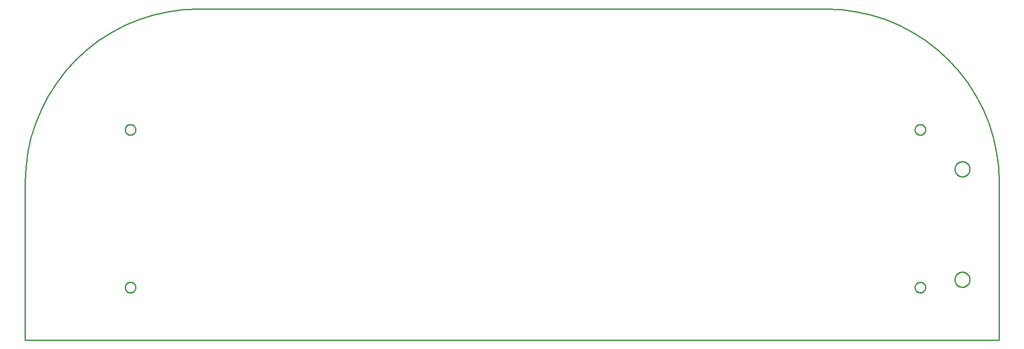
<source format=gbr>
G04 EAGLE Gerber RS-274X export*
G75*
%MOMM*%
%FSLAX34Y34*%
%LPD*%
%IN*%
%IPPOS*%
%AMOC8*
5,1,8,0,0,1.08239X$1,22.5*%
G01*
%ADD10C,0.254000*%


D10*
X0Y0D02*
X1850000Y0D01*
X1850000Y300000D01*
X1848744Y328761D01*
X1844987Y357304D01*
X1838756Y385410D01*
X1830099Y412867D01*
X1819082Y439464D01*
X1805788Y465000D01*
X1790320Y489280D01*
X1772795Y512120D01*
X1753345Y533345D01*
X1732120Y552795D01*
X1709280Y570320D01*
X1685000Y585788D01*
X1659464Y599082D01*
X1632867Y610099D01*
X1605410Y618756D01*
X1577304Y624987D01*
X1548761Y628744D01*
X1520000Y630000D01*
X330000Y630000D01*
X301239Y628744D01*
X272696Y624987D01*
X244590Y618756D01*
X217133Y610099D01*
X190536Y599082D01*
X165000Y585788D01*
X140720Y570320D01*
X117880Y552795D01*
X96655Y533345D01*
X77205Y512120D01*
X59680Y489280D01*
X44212Y465000D01*
X30918Y439464D01*
X19901Y412867D01*
X11244Y385410D01*
X5013Y357304D01*
X1256Y328761D01*
X0Y300000D01*
X0Y0D01*
X210000Y99563D02*
X209924Y98694D01*
X209772Y97834D01*
X209546Y96990D01*
X209248Y96170D01*
X208879Y95378D01*
X208442Y94622D01*
X207941Y93907D01*
X207380Y93238D01*
X206762Y92620D01*
X206093Y92059D01*
X205378Y91558D01*
X204622Y91121D01*
X203830Y90752D01*
X203010Y90454D01*
X202166Y90228D01*
X201307Y90076D01*
X200437Y90000D01*
X199563Y90000D01*
X198694Y90076D01*
X197834Y90228D01*
X196990Y90454D01*
X196170Y90752D01*
X195378Y91121D01*
X194622Y91558D01*
X193907Y92059D01*
X193238Y92620D01*
X192620Y93238D01*
X192059Y93907D01*
X191558Y94622D01*
X191121Y95378D01*
X190752Y96170D01*
X190454Y96990D01*
X190228Y97834D01*
X190076Y98694D01*
X190000Y99563D01*
X190000Y100437D01*
X190076Y101307D01*
X190228Y102166D01*
X190454Y103010D01*
X190752Y103830D01*
X191121Y104622D01*
X191558Y105378D01*
X192059Y106093D01*
X192620Y106762D01*
X193238Y107380D01*
X193907Y107941D01*
X194622Y108442D01*
X195378Y108879D01*
X196170Y109248D01*
X196990Y109546D01*
X197834Y109772D01*
X198694Y109924D01*
X199563Y110000D01*
X200437Y110000D01*
X201307Y109924D01*
X202166Y109772D01*
X203010Y109546D01*
X203830Y109248D01*
X204622Y108879D01*
X205378Y108442D01*
X206093Y107941D01*
X206762Y107380D01*
X207380Y106762D01*
X207941Y106093D01*
X208442Y105378D01*
X208879Y104622D01*
X209248Y103830D01*
X209546Y103010D01*
X209772Y102166D01*
X209924Y101307D01*
X210000Y100437D01*
X210000Y99563D01*
X210000Y399563D02*
X209924Y398694D01*
X209772Y397834D01*
X209546Y396990D01*
X209248Y396170D01*
X208879Y395378D01*
X208442Y394622D01*
X207941Y393907D01*
X207380Y393238D01*
X206762Y392620D01*
X206093Y392059D01*
X205378Y391558D01*
X204622Y391121D01*
X203830Y390752D01*
X203010Y390454D01*
X202166Y390228D01*
X201307Y390076D01*
X200437Y390000D01*
X199563Y390000D01*
X198694Y390076D01*
X197834Y390228D01*
X196990Y390454D01*
X196170Y390752D01*
X195378Y391121D01*
X194622Y391558D01*
X193907Y392059D01*
X193238Y392620D01*
X192620Y393238D01*
X192059Y393907D01*
X191558Y394622D01*
X191121Y395378D01*
X190752Y396170D01*
X190454Y396990D01*
X190228Y397834D01*
X190076Y398694D01*
X190000Y399563D01*
X190000Y400437D01*
X190076Y401307D01*
X190228Y402166D01*
X190454Y403010D01*
X190752Y403830D01*
X191121Y404622D01*
X191558Y405378D01*
X192059Y406093D01*
X192620Y406762D01*
X193238Y407380D01*
X193907Y407941D01*
X194622Y408442D01*
X195378Y408879D01*
X196170Y409248D01*
X196990Y409546D01*
X197834Y409772D01*
X198694Y409924D01*
X199563Y410000D01*
X200437Y410000D01*
X201307Y409924D01*
X202166Y409772D01*
X203010Y409546D01*
X203830Y409248D01*
X204622Y408879D01*
X205378Y408442D01*
X206093Y407941D01*
X206762Y407380D01*
X207380Y406762D01*
X207941Y406093D01*
X208442Y405378D01*
X208879Y404622D01*
X209248Y403830D01*
X209546Y403010D01*
X209772Y402166D01*
X209924Y401307D01*
X210000Y400437D01*
X210000Y399563D01*
X1710000Y99563D02*
X1709924Y98694D01*
X1709772Y97834D01*
X1709546Y96990D01*
X1709248Y96170D01*
X1708879Y95378D01*
X1708442Y94622D01*
X1707941Y93907D01*
X1707380Y93238D01*
X1706762Y92620D01*
X1706093Y92059D01*
X1705378Y91558D01*
X1704622Y91121D01*
X1703830Y90752D01*
X1703010Y90454D01*
X1702166Y90228D01*
X1701307Y90076D01*
X1700437Y90000D01*
X1699563Y90000D01*
X1698694Y90076D01*
X1697834Y90228D01*
X1696990Y90454D01*
X1696170Y90752D01*
X1695378Y91121D01*
X1694622Y91558D01*
X1693907Y92059D01*
X1693238Y92620D01*
X1692620Y93238D01*
X1692059Y93907D01*
X1691558Y94622D01*
X1691121Y95378D01*
X1690752Y96170D01*
X1690454Y96990D01*
X1690228Y97834D01*
X1690076Y98694D01*
X1690000Y99563D01*
X1690000Y100437D01*
X1690076Y101307D01*
X1690228Y102166D01*
X1690454Y103010D01*
X1690752Y103830D01*
X1691121Y104622D01*
X1691558Y105378D01*
X1692059Y106093D01*
X1692620Y106762D01*
X1693238Y107380D01*
X1693907Y107941D01*
X1694622Y108442D01*
X1695378Y108879D01*
X1696170Y109248D01*
X1696990Y109546D01*
X1697834Y109772D01*
X1698694Y109924D01*
X1699563Y110000D01*
X1700437Y110000D01*
X1701307Y109924D01*
X1702166Y109772D01*
X1703010Y109546D01*
X1703830Y109248D01*
X1704622Y108879D01*
X1705378Y108442D01*
X1706093Y107941D01*
X1706762Y107380D01*
X1707380Y106762D01*
X1707941Y106093D01*
X1708442Y105378D01*
X1708879Y104622D01*
X1709248Y103830D01*
X1709546Y103010D01*
X1709772Y102166D01*
X1709924Y101307D01*
X1710000Y100437D01*
X1710000Y99563D01*
X1710000Y399563D02*
X1709924Y398694D01*
X1709772Y397834D01*
X1709546Y396990D01*
X1709248Y396170D01*
X1708879Y395378D01*
X1708442Y394622D01*
X1707941Y393907D01*
X1707380Y393238D01*
X1706762Y392620D01*
X1706093Y392059D01*
X1705378Y391558D01*
X1704622Y391121D01*
X1703830Y390752D01*
X1703010Y390454D01*
X1702166Y390228D01*
X1701307Y390076D01*
X1700437Y390000D01*
X1699563Y390000D01*
X1698694Y390076D01*
X1697834Y390228D01*
X1696990Y390454D01*
X1696170Y390752D01*
X1695378Y391121D01*
X1694622Y391558D01*
X1693907Y392059D01*
X1693238Y392620D01*
X1692620Y393238D01*
X1692059Y393907D01*
X1691558Y394622D01*
X1691121Y395378D01*
X1690752Y396170D01*
X1690454Y396990D01*
X1690228Y397834D01*
X1690076Y398694D01*
X1690000Y399563D01*
X1690000Y400437D01*
X1690076Y401307D01*
X1690228Y402166D01*
X1690454Y403010D01*
X1690752Y403830D01*
X1691121Y404622D01*
X1691558Y405378D01*
X1692059Y406093D01*
X1692620Y406762D01*
X1693238Y407380D01*
X1693907Y407941D01*
X1694622Y408442D01*
X1695378Y408879D01*
X1696170Y409248D01*
X1696990Y409546D01*
X1697834Y409772D01*
X1698694Y409924D01*
X1699563Y410000D01*
X1700437Y410000D01*
X1701307Y409924D01*
X1702166Y409772D01*
X1703010Y409546D01*
X1703830Y409248D01*
X1704622Y408879D01*
X1705378Y408442D01*
X1706093Y407941D01*
X1706762Y407380D01*
X1707380Y406762D01*
X1707941Y406093D01*
X1708442Y405378D01*
X1708879Y404622D01*
X1709248Y403830D01*
X1709546Y403010D01*
X1709772Y402166D01*
X1709924Y401307D01*
X1710000Y400437D01*
X1710000Y399563D01*
X1780509Y310750D02*
X1781524Y310823D01*
X1782532Y310967D01*
X1783526Y311184D01*
X1784503Y311471D01*
X1785457Y311826D01*
X1786383Y312249D01*
X1787276Y312737D01*
X1788132Y313287D01*
X1788947Y313897D01*
X1789716Y314564D01*
X1790436Y315284D01*
X1791103Y316053D01*
X1791713Y316868D01*
X1792263Y317724D01*
X1792751Y318617D01*
X1793174Y319543D01*
X1793529Y320497D01*
X1793816Y321474D01*
X1794033Y322468D01*
X1794177Y323476D01*
X1794250Y324491D01*
X1794250Y325509D01*
X1794177Y326524D01*
X1794033Y327532D01*
X1793816Y328526D01*
X1793529Y329503D01*
X1793174Y330457D01*
X1792751Y331383D01*
X1792263Y332276D01*
X1791713Y333132D01*
X1791103Y333947D01*
X1790436Y334716D01*
X1789716Y335436D01*
X1788947Y336103D01*
X1788132Y336713D01*
X1787276Y337263D01*
X1786383Y337751D01*
X1785457Y338174D01*
X1784503Y338529D01*
X1783526Y338816D01*
X1782532Y339033D01*
X1781524Y339177D01*
X1780509Y339250D01*
X1779491Y339250D01*
X1778476Y339177D01*
X1777468Y339033D01*
X1776474Y338816D01*
X1775497Y338529D01*
X1774543Y338174D01*
X1773617Y337751D01*
X1772724Y337263D01*
X1771868Y336713D01*
X1771053Y336103D01*
X1770284Y335436D01*
X1769564Y334716D01*
X1768897Y333947D01*
X1768287Y333132D01*
X1767737Y332276D01*
X1767249Y331383D01*
X1766826Y330457D01*
X1766471Y329503D01*
X1766184Y328526D01*
X1765967Y327532D01*
X1765823Y326524D01*
X1765750Y325509D01*
X1765750Y324491D01*
X1765823Y323476D01*
X1765967Y322468D01*
X1766184Y321474D01*
X1766471Y320497D01*
X1766826Y319543D01*
X1767249Y318617D01*
X1767737Y317724D01*
X1768287Y316868D01*
X1768897Y316053D01*
X1769564Y315284D01*
X1770284Y314564D01*
X1771053Y313897D01*
X1771868Y313287D01*
X1772724Y312737D01*
X1773617Y312249D01*
X1774543Y311826D01*
X1775497Y311471D01*
X1776474Y311184D01*
X1777468Y310967D01*
X1778476Y310823D01*
X1779491Y310750D01*
X1780509Y310750D01*
X1780509Y100750D02*
X1781524Y100823D01*
X1782532Y100967D01*
X1783526Y101184D01*
X1784503Y101471D01*
X1785457Y101826D01*
X1786383Y102249D01*
X1787276Y102737D01*
X1788132Y103287D01*
X1788947Y103897D01*
X1789716Y104564D01*
X1790436Y105284D01*
X1791103Y106053D01*
X1791713Y106868D01*
X1792263Y107724D01*
X1792751Y108617D01*
X1793174Y109543D01*
X1793529Y110497D01*
X1793816Y111474D01*
X1794033Y112468D01*
X1794177Y113476D01*
X1794250Y114491D01*
X1794250Y115509D01*
X1794177Y116524D01*
X1794033Y117532D01*
X1793816Y118526D01*
X1793529Y119503D01*
X1793174Y120457D01*
X1792751Y121383D01*
X1792263Y122276D01*
X1791713Y123132D01*
X1791103Y123947D01*
X1790436Y124716D01*
X1789716Y125436D01*
X1788947Y126103D01*
X1788132Y126713D01*
X1787276Y127263D01*
X1786383Y127751D01*
X1785457Y128174D01*
X1784503Y128529D01*
X1783526Y128816D01*
X1782532Y129033D01*
X1781524Y129177D01*
X1780509Y129250D01*
X1779491Y129250D01*
X1778476Y129177D01*
X1777468Y129033D01*
X1776474Y128816D01*
X1775497Y128529D01*
X1774543Y128174D01*
X1773617Y127751D01*
X1772724Y127263D01*
X1771868Y126713D01*
X1771053Y126103D01*
X1770284Y125436D01*
X1769564Y124716D01*
X1768897Y123947D01*
X1768287Y123132D01*
X1767737Y122276D01*
X1767249Y121383D01*
X1766826Y120457D01*
X1766471Y119503D01*
X1766184Y118526D01*
X1765967Y117532D01*
X1765823Y116524D01*
X1765750Y115509D01*
X1765750Y114491D01*
X1765823Y113476D01*
X1765967Y112468D01*
X1766184Y111474D01*
X1766471Y110497D01*
X1766826Y109543D01*
X1767249Y108617D01*
X1767737Y107724D01*
X1768287Y106868D01*
X1768897Y106053D01*
X1769564Y105284D01*
X1770284Y104564D01*
X1771053Y103897D01*
X1771868Y103287D01*
X1772724Y102737D01*
X1773617Y102249D01*
X1774543Y101826D01*
X1775497Y101471D01*
X1776474Y101184D01*
X1777468Y100967D01*
X1778476Y100823D01*
X1779491Y100750D01*
X1780509Y100750D01*
M02*

</source>
